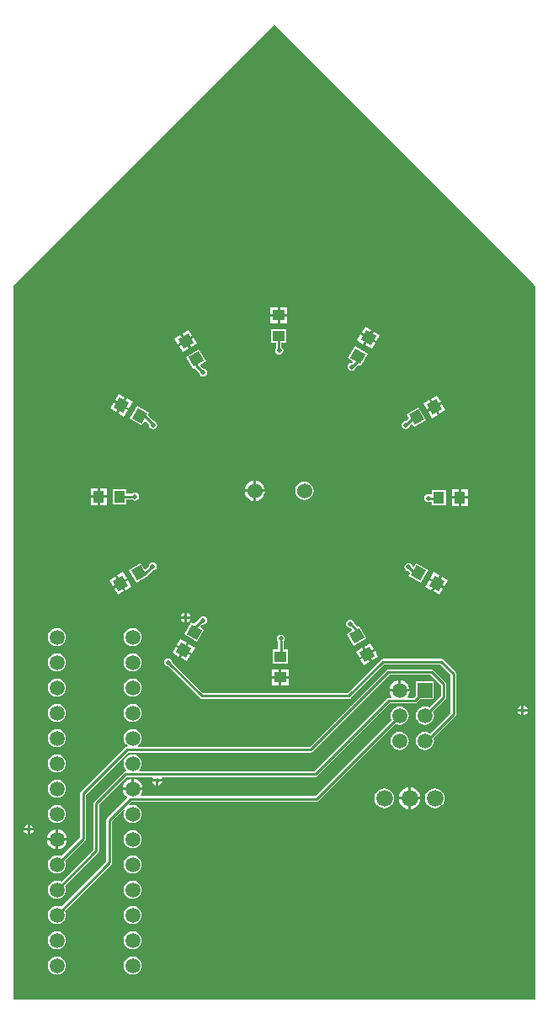
<source format=gtl>
G04*
G04 #@! TF.GenerationSoftware,Altium Limited,Altium Designer,20.1.12 (249)*
G04*
G04 Layer_Physical_Order=1*
G04 Layer_Color=255*
%FSLAX24Y24*%
%MOIN*%
G70*
G04*
G04 #@! TF.SameCoordinates,DAD24410-91DF-4A67-85F9-AF8FF7B2878C*
G04*
G04*
G04 #@! TF.FilePolarity,Positive*
G04*
G01*
G75*
%ADD10C,0.0100*%
G04:AMPARAMS|DCode=14|XSize=47.2mil|YSize=43.3mil|CornerRadius=0mil|HoleSize=0mil|Usage=FLASHONLY|Rotation=150.000|XOffset=0mil|YOffset=0mil|HoleType=Round|Shape=Rectangle|*
%AMROTATEDRECTD14*
4,1,4,0.0313,0.0069,0.0096,-0.0306,-0.0313,-0.0069,-0.0096,0.0306,0.0313,0.0069,0.0*
%
%ADD14ROTATEDRECTD14*%

G04:AMPARAMS|DCode=15|XSize=47.2mil|YSize=43.3mil|CornerRadius=0mil|HoleSize=0mil|Usage=FLASHONLY|Rotation=120.000|XOffset=0mil|YOffset=0mil|HoleType=Round|Shape=Rectangle|*
%AMROTATEDRECTD15*
4,1,4,0.0306,-0.0096,-0.0069,-0.0313,-0.0306,0.0096,0.0069,0.0313,0.0306,-0.0096,0.0*
%
%ADD15ROTATEDRECTD15*%

%ADD16R,0.0433X0.0472*%
G04:AMPARAMS|DCode=17|XSize=47.2mil|YSize=43.3mil|CornerRadius=0mil|HoleSize=0mil|Usage=FLASHONLY|Rotation=60.000|XOffset=0mil|YOffset=0mil|HoleType=Round|Shape=Rectangle|*
%AMROTATEDRECTD17*
4,1,4,0.0069,-0.0313,-0.0306,-0.0096,-0.0069,0.0313,0.0306,0.0096,0.0069,-0.0313,0.0*
%
%ADD17ROTATEDRECTD17*%

G04:AMPARAMS|DCode=18|XSize=47.2mil|YSize=43.3mil|CornerRadius=0mil|HoleSize=0mil|Usage=FLASHONLY|Rotation=30.000|XOffset=0mil|YOffset=0mil|HoleType=Round|Shape=Rectangle|*
%AMROTATEDRECTD18*
4,1,4,-0.0096,-0.0306,-0.0313,0.0069,0.0096,0.0306,0.0313,-0.0069,-0.0096,-0.0306,0.0*
%
%ADD18ROTATEDRECTD18*%

%ADD19R,0.0472X0.0433*%
%ADD30C,0.0200*%
%ADD31C,0.0591*%
%ADD32C,0.0600*%
%ADD33C,0.0660*%
%ADD34R,0.0591X0.0591*%
%ADD35C,0.0200*%
G36*
X20670Y28250D02*
X20670Y0D01*
X-10D01*
Y28260D01*
X10325Y38595D01*
X20670Y28250D01*
D02*
G37*
%LPC*%
G36*
X10846Y27410D02*
X10560D01*
Y27143D01*
X10846D01*
Y27410D01*
D02*
G37*
G36*
X10460D02*
X10174D01*
Y27143D01*
X10460D01*
Y27410D01*
D02*
G37*
G36*
X10846Y27043D02*
X10560D01*
Y26777D01*
X10846D01*
Y27043D01*
D02*
G37*
G36*
X10460D02*
X10174D01*
Y26777D01*
X10460D01*
Y27043D01*
D02*
G37*
G36*
X13924Y26640D02*
X13791Y26409D01*
X14038Y26266D01*
X14172Y26497D01*
X13924Y26640D01*
D02*
G37*
G36*
X6956Y26510D02*
X6708Y26367D01*
X6842Y26136D01*
X7089Y26279D01*
X6956Y26510D01*
D02*
G37*
G36*
X14258Y26447D02*
X14125Y26216D01*
X14373Y26073D01*
X14506Y26304D01*
X14258Y26447D01*
D02*
G37*
G36*
X13741Y26323D02*
X13607Y26092D01*
X13855Y25949D01*
X13988Y26180D01*
X13741Y26323D01*
D02*
G37*
G36*
X6622Y26317D02*
X6374Y26174D01*
X6507Y25943D01*
X6755Y26086D01*
X6622Y26317D01*
D02*
G37*
G36*
X7139Y26193D02*
X6892Y26050D01*
X7025Y25819D01*
X7273Y25962D01*
X7139Y26193D01*
D02*
G37*
G36*
X14075Y26130D02*
X13942Y25899D01*
X14190Y25756D01*
X14323Y25987D01*
X14075Y26130D01*
D02*
G37*
G36*
X6805Y26000D02*
X6557Y25857D01*
X6690Y25626D01*
X6938Y25769D01*
X6805Y26000D01*
D02*
G37*
G36*
X10806Y26543D02*
X10214D01*
Y25990D01*
X10398D01*
Y25792D01*
X10379Y25764D01*
X10367Y25701D01*
X10379Y25639D01*
X10415Y25586D01*
X10468Y25551D01*
X10530Y25538D01*
X10592Y25551D01*
X10645Y25586D01*
X10681Y25639D01*
X10693Y25701D01*
X10681Y25764D01*
X10645Y25817D01*
X10622Y25832D01*
Y25990D01*
X10806D01*
Y26543D01*
D02*
G37*
G36*
X13525Y25870D02*
X13249Y25391D01*
X13419Y25292D01*
X13426Y25237D01*
X13401Y25213D01*
X13400Y25213D01*
X13338Y25201D01*
X13285Y25165D01*
X13249Y25112D01*
X13237Y25050D01*
X13249Y24988D01*
X13285Y24935D01*
X13338Y24899D01*
X13400Y24887D01*
X13462Y24899D01*
X13515Y24935D01*
X13551Y24988D01*
X13559Y25031D01*
X13674Y25145D01*
X13762Y25094D01*
X14038Y25573D01*
X13525Y25870D01*
D02*
G37*
G36*
X7355Y25740D02*
X6842Y25443D01*
X7118Y24964D01*
X7181Y25000D01*
X7349Y24832D01*
X7347Y24820D01*
X7359Y24758D01*
X7395Y24705D01*
X7448Y24669D01*
X7510Y24657D01*
X7572Y24669D01*
X7625Y24705D01*
X7661Y24758D01*
X7673Y24820D01*
X7661Y24882D01*
X7625Y24935D01*
X7572Y24971D01*
X7517Y24982D01*
X7411Y25088D01*
X7418Y25137D01*
X7631Y25261D01*
X7355Y25740D01*
D02*
G37*
G36*
X4176Y23976D02*
X4033Y23728D01*
X4264Y23595D01*
X4407Y23843D01*
X4176Y23976D01*
D02*
G37*
G36*
X16784Y23916D02*
X16553Y23783D01*
X16696Y23535D01*
X16927Y23668D01*
X16784Y23916D01*
D02*
G37*
G36*
X4493Y23793D02*
X4350Y23545D01*
X4581Y23412D01*
X4724Y23660D01*
X4493Y23793D01*
D02*
G37*
G36*
X16467Y23733D02*
X16236Y23600D01*
X16379Y23352D01*
X16610Y23485D01*
X16467Y23733D01*
D02*
G37*
G36*
X3983Y23642D02*
X3840Y23394D01*
X4071Y23261D01*
X4214Y23508D01*
X3983Y23642D01*
D02*
G37*
G36*
X16977Y23582D02*
X16746Y23448D01*
X16889Y23201D01*
X17120Y23334D01*
X16977Y23582D01*
D02*
G37*
G36*
X4300Y23458D02*
X4157Y23211D01*
X4388Y23077D01*
X4531Y23325D01*
X4300Y23458D01*
D02*
G37*
G36*
X16660Y23398D02*
X16429Y23265D01*
X16572Y23017D01*
X16803Y23151D01*
X16660Y23398D01*
D02*
G37*
G36*
X16053Y23448D02*
X15574Y23172D01*
X15665Y23014D01*
X15552Y22901D01*
X15540Y22903D01*
X15478Y22891D01*
X15425Y22855D01*
X15389Y22802D01*
X15377Y22740D01*
X15389Y22678D01*
X15425Y22625D01*
X15478Y22589D01*
X15540Y22577D01*
X15602Y22589D01*
X15655Y22625D01*
X15691Y22678D01*
X15702Y22733D01*
X15752Y22784D01*
X15802Y22777D01*
X15871Y22659D01*
X16350Y22935D01*
X16053Y23448D01*
D02*
G37*
G36*
X4907Y23508D02*
X4610Y22995D01*
X5089Y22719D01*
X5195Y22901D01*
X5244Y22907D01*
X5379Y22772D01*
X5373Y22740D01*
X5385Y22678D01*
X5420Y22625D01*
X5473Y22589D01*
X5536Y22577D01*
X5598Y22589D01*
X5651Y22625D01*
X5686Y22678D01*
X5699Y22740D01*
X5686Y22802D01*
X5651Y22855D01*
X5598Y22891D01*
X5573Y22896D01*
X5331Y23137D01*
X5386Y23232D01*
X4907Y23508D01*
D02*
G37*
G36*
X9610Y20537D02*
Y20190D01*
X9957D01*
X9950Y20244D01*
X9909Y20342D01*
X9845Y20425D01*
X9762Y20489D01*
X9664Y20530D01*
X9610Y20537D01*
D02*
G37*
G36*
X9510D02*
X9456Y20530D01*
X9358Y20489D01*
X9275Y20425D01*
X9211Y20342D01*
X9170Y20244D01*
X9163Y20190D01*
X9510D01*
Y20537D01*
D02*
G37*
G36*
X17123Y20166D02*
X16570D01*
Y20011D01*
X16520Y19984D01*
X16495Y20001D01*
X16433Y20013D01*
X16370Y20001D01*
X16317Y19965D01*
X16282Y19912D01*
X16270Y19850D01*
X16282Y19788D01*
X16317Y19735D01*
X16370Y19699D01*
X16433Y19687D01*
X16495Y19699D01*
X16508Y19708D01*
X16570D01*
Y19574D01*
X17123D01*
Y20166D01*
D02*
G37*
G36*
X3693Y20246D02*
X3427D01*
Y19960D01*
X3693D01*
Y20246D01*
D02*
G37*
G36*
X3327D02*
X3060D01*
Y19960D01*
X3327D01*
Y20246D01*
D02*
G37*
G36*
X17990Y20206D02*
X17723D01*
Y19920D01*
X17990D01*
Y20206D01*
D02*
G37*
G36*
X17623D02*
X17357D01*
Y19920D01*
X17623D01*
Y20206D01*
D02*
G37*
G36*
X11529Y20503D02*
X11435Y20491D01*
X11347Y20454D01*
X11272Y20397D01*
X11214Y20322D01*
X11178Y20234D01*
X11165Y20140D01*
X11178Y20046D01*
X11214Y19958D01*
X11272Y19883D01*
X11347Y19826D01*
X11435Y19789D01*
X11529Y19777D01*
X11622Y19789D01*
X11710Y19826D01*
X11785Y19883D01*
X11843Y19958D01*
X11879Y20046D01*
X11892Y20140D01*
X11879Y20234D01*
X11843Y20322D01*
X11785Y20397D01*
X11710Y20454D01*
X11622Y20491D01*
X11529Y20503D01*
D02*
G37*
G36*
X4480Y20206D02*
X3927D01*
Y19614D01*
X4480D01*
Y19798D01*
X4703D01*
X4705Y19795D01*
X4758Y19759D01*
X4820Y19747D01*
X4882Y19759D01*
X4935Y19795D01*
X4971Y19848D01*
X4983Y19910D01*
X4971Y19972D01*
X4935Y20025D01*
X4882Y20061D01*
X4820Y20073D01*
X4758Y20061D01*
X4705Y20025D01*
X4703Y20022D01*
X4480D01*
Y20206D01*
D02*
G37*
G36*
X9957Y20090D02*
X9610D01*
Y19743D01*
X9664Y19750D01*
X9762Y19791D01*
X9845Y19855D01*
X9909Y19938D01*
X9950Y20036D01*
X9957Y20090D01*
D02*
G37*
G36*
X9510D02*
X9163D01*
X9170Y20036D01*
X9211Y19938D01*
X9275Y19855D01*
X9358Y19791D01*
X9456Y19750D01*
X9510Y19743D01*
Y20090D01*
D02*
G37*
G36*
X3693Y19860D02*
X3427D01*
Y19574D01*
X3693D01*
Y19860D01*
D02*
G37*
G36*
X3327D02*
X3060D01*
Y19574D01*
X3327D01*
Y19860D01*
D02*
G37*
G36*
X17990Y19820D02*
X17723D01*
Y19534D01*
X17990D01*
Y19820D01*
D02*
G37*
G36*
X17623D02*
X17357D01*
Y19534D01*
X17623D01*
Y19820D01*
D02*
G37*
G36*
X5517Y17302D02*
X5454Y17290D01*
X5401Y17254D01*
X5366Y17202D01*
X5357Y17155D01*
X5237Y17036D01*
X5188Y17042D01*
X5049Y17281D01*
X4570Y17005D01*
X4867Y16492D01*
X5346Y16768D01*
X5324Y16806D01*
X5326Y16807D01*
X5498Y16980D01*
X5517Y16976D01*
X5579Y16988D01*
X5632Y17024D01*
X5667Y17077D01*
X5680Y17139D01*
X5667Y17202D01*
X5632Y17254D01*
X5579Y17290D01*
X5517Y17302D01*
D02*
G37*
G36*
X4348Y16923D02*
X4117Y16789D01*
X4260Y16542D01*
X4491Y16675D01*
X4348Y16923D01*
D02*
G37*
G36*
X16652D02*
X16509Y16675D01*
X16740Y16542D01*
X16883Y16789D01*
X16652Y16923D01*
D02*
G37*
G36*
X15650Y17283D02*
X15588Y17271D01*
X15535Y17235D01*
X15499Y17182D01*
X15487Y17120D01*
X15499Y17058D01*
X15535Y17005D01*
X15588Y16969D01*
X15643Y16958D01*
X15711Y16890D01*
X15710Y16887D01*
X15713Y16871D01*
X15654Y16768D01*
X16133Y16492D01*
X16430Y17005D01*
X15951Y17281D01*
X15862Y17128D01*
X15810Y17137D01*
X15801Y17182D01*
X15765Y17235D01*
X15712Y17271D01*
X15650Y17283D01*
D02*
G37*
G36*
X4031Y16739D02*
X3800Y16606D01*
X3943Y16358D01*
X4174Y16492D01*
X4031Y16739D01*
D02*
G37*
G36*
X16969D02*
X16826Y16492D01*
X17057Y16358D01*
X17200Y16606D01*
X16969Y16739D01*
D02*
G37*
G36*
X4541Y16588D02*
X4310Y16455D01*
X4453Y16207D01*
X4684Y16340D01*
X4541Y16588D01*
D02*
G37*
G36*
X16459D02*
X16316Y16340D01*
X16547Y16207D01*
X16690Y16455D01*
X16459Y16588D01*
D02*
G37*
G36*
X16776Y16405D02*
X16633Y16157D01*
X16864Y16024D01*
X17007Y16272D01*
X16776Y16405D01*
D02*
G37*
G36*
X4224Y16405D02*
X3993Y16272D01*
X4136Y16024D01*
X4367Y16157D01*
X4224Y16405D01*
D02*
G37*
G36*
X6868Y15314D02*
Y15170D01*
X7012D01*
X7006Y15198D01*
X6962Y15264D01*
X6896Y15308D01*
X6868Y15314D01*
D02*
G37*
G36*
X6768D02*
X6740Y15308D01*
X6674Y15264D01*
X6630Y15198D01*
X6624Y15170D01*
X6768D01*
Y15314D01*
D02*
G37*
G36*
X7012Y15070D02*
X6868D01*
Y14926D01*
X6896Y14932D01*
X6962Y14976D01*
X7006Y15042D01*
X7012Y15070D01*
D02*
G37*
G36*
X6768D02*
X6624D01*
X6630Y15042D01*
X6674Y14976D01*
X6740Y14932D01*
X6768Y14926D01*
Y15070D01*
D02*
G37*
G36*
X7510Y15173D02*
X7448Y15161D01*
X7395Y15125D01*
X7359Y15072D01*
X7356Y15054D01*
X7164Y14863D01*
X7038Y14936D01*
X6762Y14457D01*
X7275Y14160D01*
X7551Y14639D01*
X7401Y14726D01*
X7394Y14776D01*
X7473Y14854D01*
X7510Y14847D01*
X7572Y14859D01*
X7625Y14895D01*
X7661Y14948D01*
X7673Y15010D01*
X7661Y15072D01*
X7625Y15125D01*
X7572Y15161D01*
X7510Y15173D01*
D02*
G37*
G36*
X13340Y15043D02*
X13278Y15031D01*
X13225Y14995D01*
X13189Y14942D01*
X13177Y14880D01*
X13189Y14818D01*
X13225Y14765D01*
X13278Y14729D01*
X13340Y14717D01*
X13352Y14719D01*
X13419Y14652D01*
X13412Y14603D01*
X13199Y14479D01*
X13475Y14000D01*
X13988Y14297D01*
X13712Y14776D01*
X13649Y14740D01*
X13502Y14887D01*
X13491Y14942D01*
X13455Y14995D01*
X13402Y15031D01*
X13340Y15043D01*
D02*
G37*
G36*
X4730Y14708D02*
X4637Y14696D01*
X4551Y14660D01*
X4477Y14603D01*
X4420Y14529D01*
X4384Y14443D01*
X4372Y14350D01*
X4384Y14257D01*
X4420Y14171D01*
X4477Y14097D01*
X4551Y14040D01*
X4637Y14004D01*
X4730Y13992D01*
X4823Y14004D01*
X4909Y14040D01*
X4983Y14097D01*
X5040Y14171D01*
X5076Y14257D01*
X5088Y14350D01*
X5076Y14443D01*
X5040Y14529D01*
X4983Y14603D01*
X4909Y14660D01*
X4823Y14696D01*
X4730Y14708D01*
D02*
G37*
G36*
X1730D02*
X1637Y14696D01*
X1551Y14660D01*
X1477Y14603D01*
X1420Y14529D01*
X1384Y14443D01*
X1372Y14350D01*
X1384Y14257D01*
X1420Y14171D01*
X1477Y14097D01*
X1551Y14040D01*
X1637Y14004D01*
X1730Y13992D01*
X1823Y14004D01*
X1909Y14040D01*
X1983Y14097D01*
X2040Y14171D01*
X2076Y14257D01*
X2088Y14350D01*
X2076Y14443D01*
X2040Y14529D01*
X1983Y14603D01*
X1909Y14660D01*
X1823Y14696D01*
X1730Y14708D01*
D02*
G37*
G36*
X6610Y14274D02*
X6477Y14043D01*
X6725Y13900D01*
X6858Y14131D01*
X6610Y14274D01*
D02*
G37*
G36*
X14140Y14114D02*
X13892Y13971D01*
X14025Y13740D01*
X14273Y13883D01*
X14140Y14114D01*
D02*
G37*
G36*
X6945Y14081D02*
X6812Y13850D01*
X7059Y13707D01*
X7193Y13938D01*
X6945Y14081D01*
D02*
G37*
G36*
X6427Y13957D02*
X6294Y13726D01*
X6542Y13583D01*
X6675Y13814D01*
X6427Y13957D01*
D02*
G37*
G36*
X13805Y13921D02*
X13557Y13778D01*
X13691Y13547D01*
X13938Y13690D01*
X13805Y13921D01*
D02*
G37*
G36*
X14323Y13797D02*
X14075Y13654D01*
X14208Y13423D01*
X14456Y13566D01*
X14323Y13797D01*
D02*
G37*
G36*
X6762Y13764D02*
X6628Y13533D01*
X6876Y13390D01*
X7009Y13621D01*
X6762Y13764D01*
D02*
G37*
G36*
X10590Y14448D02*
X10528Y14436D01*
X10475Y14400D01*
X10439Y14347D01*
X10427Y14285D01*
X10439Y14222D01*
X10475Y14169D01*
X10478Y14167D01*
Y13860D01*
X10274D01*
Y13307D01*
X10866D01*
Y13860D01*
X10702D01*
Y14167D01*
X10705Y14169D01*
X10741Y14222D01*
X10753Y14285D01*
X10741Y14347D01*
X10705Y14400D01*
X10652Y14436D01*
X10590Y14448D01*
D02*
G37*
G36*
X13988Y13604D02*
X13741Y13461D01*
X13874Y13230D01*
X14122Y13373D01*
X13988Y13604D01*
D02*
G37*
G36*
X16560Y13082D02*
X16560Y13082D01*
X14850D01*
X14850Y13082D01*
X14807Y13074D01*
X14771Y13049D01*
X14771Y13049D01*
X11724Y10002D01*
X4942D01*
X4925Y10052D01*
X4983Y10097D01*
X5040Y10171D01*
X5076Y10257D01*
X5088Y10350D01*
X5076Y10443D01*
X5040Y10529D01*
X4983Y10603D01*
X4909Y10660D01*
X4823Y10696D01*
X4730Y10708D01*
X4637Y10696D01*
X4551Y10660D01*
X4477Y10603D01*
X4420Y10529D01*
X4384Y10443D01*
X4372Y10350D01*
X4384Y10257D01*
X4420Y10171D01*
X4477Y10097D01*
X4535Y10052D01*
X4518Y10002D01*
X4490D01*
X4447Y9994D01*
X4411Y9969D01*
X4411Y9969D01*
X2681Y8239D01*
X2656Y8203D01*
X2648Y8160D01*
X2648Y8160D01*
Y6426D01*
X1890Y5668D01*
X1823Y5696D01*
X1730Y5708D01*
X1637Y5696D01*
X1551Y5660D01*
X1477Y5603D01*
X1420Y5529D01*
X1384Y5443D01*
X1372Y5350D01*
X1384Y5257D01*
X1420Y5171D01*
X1477Y5097D01*
X1551Y5040D01*
X1637Y5004D01*
X1730Y4992D01*
X1823Y5004D01*
X1909Y5040D01*
X1983Y5097D01*
X2040Y5171D01*
X2076Y5257D01*
X2088Y5350D01*
X2076Y5443D01*
X2048Y5510D01*
X2839Y6301D01*
X2864Y6337D01*
X2872Y6380D01*
X2872Y6380D01*
Y8114D01*
X4536Y9778D01*
X11770D01*
X11770Y9778D01*
X11813Y9786D01*
X11849Y9811D01*
X14896Y12858D01*
X16514D01*
X16926Y12445D01*
Y12025D01*
X16460Y11558D01*
X16393Y11586D01*
X16300Y11598D01*
X16207Y11586D01*
X16121Y11550D01*
X16047Y11493D01*
X15990Y11419D01*
X15954Y11333D01*
X15942Y11240D01*
X15954Y11147D01*
X15990Y11061D01*
X16047Y10987D01*
X16121Y10930D01*
X16207Y10894D01*
X16300Y10882D01*
X16393Y10894D01*
X16479Y10930D01*
X16553Y10987D01*
X16610Y11061D01*
X16646Y11147D01*
X16658Y11240D01*
X16646Y11333D01*
X16618Y11400D01*
X17118Y11899D01*
X17118Y11899D01*
X17142Y11936D01*
X17151Y11979D01*
Y12491D01*
X17151Y12491D01*
X17142Y12534D01*
X17118Y12571D01*
X17118Y12571D01*
X16639Y13049D01*
X16603Y13074D01*
X16560Y13082D01*
D02*
G37*
G36*
X4730Y13708D02*
X4637Y13696D01*
X4551Y13660D01*
X4477Y13603D01*
X4420Y13529D01*
X4384Y13443D01*
X4372Y13350D01*
X4384Y13257D01*
X4420Y13171D01*
X4477Y13097D01*
X4551Y13040D01*
X4637Y13004D01*
X4730Y12992D01*
X4823Y13004D01*
X4909Y13040D01*
X4983Y13097D01*
X5040Y13171D01*
X5076Y13257D01*
X5088Y13350D01*
X5076Y13443D01*
X5040Y13529D01*
X4983Y13603D01*
X4909Y13660D01*
X4823Y13696D01*
X4730Y13708D01*
D02*
G37*
G36*
X1730D02*
X1637Y13696D01*
X1551Y13660D01*
X1477Y13603D01*
X1420Y13529D01*
X1384Y13443D01*
X1372Y13350D01*
X1384Y13257D01*
X1420Y13171D01*
X1477Y13097D01*
X1551Y13040D01*
X1637Y13004D01*
X1730Y12992D01*
X1823Y13004D01*
X1909Y13040D01*
X1983Y13097D01*
X2040Y13171D01*
X2076Y13257D01*
X2088Y13350D01*
X2076Y13443D01*
X2040Y13529D01*
X1983Y13603D01*
X1909Y13660D01*
X1823Y13696D01*
X1730Y13708D01*
D02*
G37*
G36*
X10906Y13073D02*
X10620D01*
Y12807D01*
X10906D01*
Y13073D01*
D02*
G37*
G36*
X10520D02*
X10234D01*
Y12807D01*
X10520D01*
Y13073D01*
D02*
G37*
G36*
X10906Y12707D02*
X10620D01*
Y12440D01*
X10906D01*
Y12707D01*
D02*
G37*
G36*
X10520D02*
X10234D01*
Y12440D01*
X10520D01*
Y12707D01*
D02*
G37*
G36*
X15350Y12632D02*
Y12290D01*
X15692D01*
X15685Y12343D01*
X15645Y12439D01*
X15582Y12522D01*
X15499Y12585D01*
X15403Y12625D01*
X15350Y12632D01*
D02*
G37*
G36*
X15250D02*
X15197Y12625D01*
X15101Y12585D01*
X15018Y12522D01*
X14955Y12439D01*
X14915Y12343D01*
X14908Y12290D01*
X15250D01*
Y12632D01*
D02*
G37*
G36*
X4730Y12708D02*
X4637Y12696D01*
X4551Y12660D01*
X4477Y12603D01*
X4420Y12529D01*
X4384Y12443D01*
X4372Y12350D01*
X4384Y12257D01*
X4420Y12171D01*
X4477Y12097D01*
X4551Y12040D01*
X4637Y12004D01*
X4730Y11992D01*
X4823Y12004D01*
X4909Y12040D01*
X4983Y12097D01*
X5040Y12171D01*
X5076Y12257D01*
X5088Y12350D01*
X5076Y12443D01*
X5040Y12529D01*
X4983Y12603D01*
X4909Y12660D01*
X4823Y12696D01*
X4730Y12708D01*
D02*
G37*
G36*
X1730D02*
X1637Y12696D01*
X1551Y12660D01*
X1477Y12603D01*
X1420Y12529D01*
X1384Y12443D01*
X1372Y12350D01*
X1384Y12257D01*
X1420Y12171D01*
X1477Y12097D01*
X1551Y12040D01*
X1637Y12004D01*
X1730Y11992D01*
X1823Y12004D01*
X1909Y12040D01*
X1983Y12097D01*
X2040Y12171D01*
X2076Y12257D01*
X2088Y12350D01*
X2076Y12443D01*
X2040Y12529D01*
X1983Y12603D01*
X1909Y12660D01*
X1823Y12696D01*
X1730Y12708D01*
D02*
G37*
G36*
X16655Y12595D02*
X15945D01*
Y12043D01*
X15848Y11947D01*
X15636D01*
X15612Y11997D01*
X15645Y12041D01*
X15685Y12137D01*
X15692Y12190D01*
X15300D01*
X14908D01*
X14915Y12137D01*
X14955Y12041D01*
X14988Y11997D01*
X14964Y11947D01*
X14865D01*
X14865Y11947D01*
X14822Y11938D01*
X14785Y11914D01*
X11914Y9042D01*
X4990D01*
X4974Y9089D01*
X4983Y9097D01*
X5040Y9171D01*
X5076Y9257D01*
X5088Y9350D01*
X5076Y9443D01*
X5040Y9529D01*
X4983Y9603D01*
X4909Y9660D01*
X4823Y9696D01*
X4730Y9708D01*
X4637Y9696D01*
X4551Y9660D01*
X4477Y9603D01*
X4420Y9529D01*
X4384Y9443D01*
X4372Y9350D01*
X4384Y9257D01*
X4420Y9171D01*
X4477Y9097D01*
X4486Y9089D01*
X4470Y9042D01*
X4440D01*
X4397Y9034D01*
X4361Y9009D01*
X4361Y9009D01*
X3203Y7851D01*
X3178Y7815D01*
X3170Y7772D01*
X3170Y7772D01*
Y5948D01*
X1890Y4668D01*
X1823Y4696D01*
X1730Y4708D01*
X1637Y4696D01*
X1551Y4660D01*
X1477Y4603D01*
X1420Y4529D01*
X1384Y4443D01*
X1372Y4350D01*
X1384Y4257D01*
X1420Y4171D01*
X1477Y4097D01*
X1551Y4040D01*
X1637Y4004D01*
X1730Y3992D01*
X1823Y4004D01*
X1909Y4040D01*
X1983Y4097D01*
X2040Y4171D01*
X2076Y4257D01*
X2088Y4350D01*
X2076Y4443D01*
X2048Y4510D01*
X3361Y5823D01*
X3361Y5823D01*
X3386Y5859D01*
X3394Y5902D01*
Y7725D01*
X4486Y8818D01*
X5496D01*
X5523Y8768D01*
X5512Y8751D01*
X5506Y8723D01*
X5894D01*
X5888Y8751D01*
X5877Y8768D01*
X5904Y8818D01*
X11960D01*
X11960Y8818D01*
X12003Y8826D01*
X12039Y8851D01*
X14911Y11723D01*
X15895D01*
X15895Y11723D01*
X15938Y11731D01*
X15974Y11755D01*
X16103Y11885D01*
X16655D01*
Y12595D01*
D02*
G37*
G36*
X20220Y11644D02*
Y11500D01*
X20364D01*
X20358Y11528D01*
X20314Y11594D01*
X20248Y11638D01*
X20220Y11644D01*
D02*
G37*
G36*
X20120D02*
X20092Y11638D01*
X20026Y11594D01*
X19982Y11528D01*
X19976Y11500D01*
X20120D01*
Y11644D01*
D02*
G37*
G36*
X20364Y11400D02*
X20220D01*
Y11256D01*
X20248Y11262D01*
X20314Y11306D01*
X20358Y11372D01*
X20364Y11400D01*
D02*
G37*
G36*
X20120D02*
X19976D01*
X19982Y11372D01*
X20026Y11306D01*
X20092Y11262D01*
X20120Y11256D01*
Y11400D01*
D02*
G37*
G36*
X4730Y11708D02*
X4637Y11696D01*
X4551Y11660D01*
X4477Y11603D01*
X4420Y11529D01*
X4384Y11443D01*
X4372Y11350D01*
X4384Y11257D01*
X4420Y11171D01*
X4477Y11097D01*
X4551Y11040D01*
X4637Y11004D01*
X4730Y10992D01*
X4823Y11004D01*
X4909Y11040D01*
X4983Y11097D01*
X5040Y11171D01*
X5076Y11257D01*
X5088Y11350D01*
X5076Y11443D01*
X5040Y11529D01*
X4983Y11603D01*
X4909Y11660D01*
X4823Y11696D01*
X4730Y11708D01*
D02*
G37*
G36*
X1730D02*
X1637Y11696D01*
X1551Y11660D01*
X1477Y11603D01*
X1420Y11529D01*
X1384Y11443D01*
X1372Y11350D01*
X1384Y11257D01*
X1420Y11171D01*
X1477Y11097D01*
X1551Y11040D01*
X1637Y11004D01*
X1730Y10992D01*
X1823Y11004D01*
X1909Y11040D01*
X1983Y11097D01*
X2040Y11171D01*
X2076Y11257D01*
X2088Y11350D01*
X2076Y11443D01*
X2040Y11529D01*
X1983Y11603D01*
X1909Y11660D01*
X1823Y11696D01*
X1730Y11708D01*
D02*
G37*
G36*
X15300Y11598D02*
X15207Y11586D01*
X15121Y11550D01*
X15047Y11493D01*
X14990Y11419D01*
X14954Y11333D01*
X14942Y11240D01*
X14954Y11147D01*
X14982Y11080D01*
X11958Y8057D01*
X5066D01*
X5042Y8107D01*
X5075Y8151D01*
X5115Y8247D01*
X5122Y8300D01*
X4730D01*
X4338D01*
X4345Y8247D01*
X4385Y8151D01*
X4448Y8068D01*
X4500Y8029D01*
X4503Y7979D01*
X3721Y7197D01*
X3696Y7160D01*
X3688Y7117D01*
X3688Y7117D01*
Y5466D01*
X1890Y3668D01*
X1823Y3696D01*
X1730Y3708D01*
X1637Y3696D01*
X1551Y3660D01*
X1477Y3603D01*
X1420Y3529D01*
X1384Y3443D01*
X1372Y3350D01*
X1384Y3257D01*
X1420Y3171D01*
X1477Y3097D01*
X1551Y3040D01*
X1637Y3004D01*
X1730Y2992D01*
X1823Y3004D01*
X1909Y3040D01*
X1983Y3097D01*
X2040Y3171D01*
X2076Y3257D01*
X2088Y3350D01*
X2076Y3443D01*
X2048Y3510D01*
X3879Y5341D01*
X3904Y5377D01*
X3912Y5420D01*
X3912Y5420D01*
Y7071D01*
X4362Y7521D01*
X4404Y7492D01*
X4384Y7443D01*
X4372Y7350D01*
X4384Y7257D01*
X4420Y7171D01*
X4477Y7097D01*
X4551Y7040D01*
X4637Y7004D01*
X4730Y6992D01*
X4823Y7004D01*
X4909Y7040D01*
X4983Y7097D01*
X5040Y7171D01*
X5076Y7257D01*
X5088Y7350D01*
X5076Y7443D01*
X5040Y7529D01*
X4983Y7603D01*
X4909Y7660D01*
X4823Y7696D01*
X4730Y7708D01*
X4637Y7696D01*
X4588Y7676D01*
X4559Y7718D01*
X4674Y7833D01*
X12005D01*
X12005Y7833D01*
X12048Y7841D01*
X12084Y7865D01*
X15140Y10922D01*
X15207Y10894D01*
X15300Y10882D01*
X15393Y10894D01*
X15479Y10930D01*
X15553Y10987D01*
X15610Y11061D01*
X15646Y11147D01*
X15658Y11240D01*
X15646Y11333D01*
X15610Y11419D01*
X15553Y11493D01*
X15479Y11550D01*
X15393Y11586D01*
X15300Y11598D01*
D02*
G37*
G36*
X6137Y13513D02*
X6074Y13501D01*
X6021Y13465D01*
X5986Y13412D01*
X5973Y13350D01*
X5986Y13288D01*
X6021Y13235D01*
X6074Y13199D01*
X6137Y13187D01*
X6145Y13189D01*
X7393Y11941D01*
X7429Y11916D01*
X7472Y11908D01*
X7472Y11908D01*
X13280D01*
X13280Y11908D01*
X13323Y11916D01*
X13359Y11941D01*
X14686Y13268D01*
X16904D01*
X17318Y12854D01*
Y11346D01*
X16503Y10532D01*
X16479Y10550D01*
X16393Y10586D01*
X16300Y10598D01*
X16207Y10586D01*
X16121Y10550D01*
X16047Y10493D01*
X15990Y10419D01*
X15954Y10333D01*
X15942Y10240D01*
X15954Y10147D01*
X15990Y10061D01*
X16047Y9987D01*
X16121Y9930D01*
X16207Y9894D01*
X16300Y9882D01*
X16393Y9894D01*
X16479Y9930D01*
X16553Y9987D01*
X16610Y10061D01*
X16646Y10147D01*
X16658Y10240D01*
X16646Y10333D01*
X16639Y10350D01*
X17509Y11221D01*
X17509Y11221D01*
X17534Y11257D01*
X17542Y11300D01*
Y12900D01*
X17542Y12900D01*
X17534Y12943D01*
X17509Y12979D01*
X17509Y12979D01*
X17029Y13459D01*
X16993Y13484D01*
X16950Y13492D01*
X16950Y13492D01*
X14640D01*
X14597Y13484D01*
X14561Y13459D01*
X14561Y13459D01*
X13234Y12132D01*
X7518D01*
X6300Y13351D01*
X6287Y13412D01*
X6252Y13465D01*
X6199Y13501D01*
X6137Y13513D01*
D02*
G37*
G36*
X1730Y10708D02*
X1637Y10696D01*
X1551Y10660D01*
X1477Y10603D01*
X1420Y10529D01*
X1384Y10443D01*
X1372Y10350D01*
X1384Y10257D01*
X1420Y10171D01*
X1477Y10097D01*
X1551Y10040D01*
X1637Y10004D01*
X1730Y9992D01*
X1823Y10004D01*
X1909Y10040D01*
X1983Y10097D01*
X2040Y10171D01*
X2076Y10257D01*
X2088Y10350D01*
X2076Y10443D01*
X2040Y10529D01*
X1983Y10603D01*
X1909Y10660D01*
X1823Y10696D01*
X1730Y10708D01*
D02*
G37*
G36*
X15300Y10598D02*
X15207Y10586D01*
X15121Y10550D01*
X15047Y10493D01*
X14990Y10419D01*
X14954Y10333D01*
X14942Y10240D01*
X14954Y10147D01*
X14990Y10061D01*
X15047Y9987D01*
X15121Y9930D01*
X15207Y9894D01*
X15300Y9882D01*
X15393Y9894D01*
X15479Y9930D01*
X15553Y9987D01*
X15610Y10061D01*
X15646Y10147D01*
X15658Y10240D01*
X15646Y10333D01*
X15610Y10419D01*
X15553Y10493D01*
X15479Y10550D01*
X15393Y10586D01*
X15300Y10598D01*
D02*
G37*
G36*
X1730Y9708D02*
X1637Y9696D01*
X1551Y9660D01*
X1477Y9603D01*
X1420Y9529D01*
X1384Y9443D01*
X1372Y9350D01*
X1384Y9257D01*
X1420Y9171D01*
X1477Y9097D01*
X1551Y9040D01*
X1637Y9004D01*
X1730Y8992D01*
X1823Y9004D01*
X1909Y9040D01*
X1983Y9097D01*
X2040Y9171D01*
X2076Y9257D01*
X2088Y9350D01*
X2076Y9443D01*
X2040Y9529D01*
X1983Y9603D01*
X1909Y9660D01*
X1823Y9696D01*
X1730Y9708D01*
D02*
G37*
G36*
X5894Y8623D02*
X5750D01*
Y8479D01*
X5778Y8485D01*
X5844Y8529D01*
X5888Y8595D01*
X5894Y8623D01*
D02*
G37*
G36*
X5650D02*
X5506D01*
X5512Y8595D01*
X5556Y8529D01*
X5622Y8485D01*
X5650Y8479D01*
Y8623D01*
D02*
G37*
G36*
X4780Y8742D02*
Y8400D01*
X5122D01*
X5115Y8453D01*
X5075Y8549D01*
X5012Y8632D01*
X4929Y8695D01*
X4833Y8735D01*
X4780Y8742D01*
D02*
G37*
G36*
X4680D02*
X4627Y8735D01*
X4531Y8695D01*
X4448Y8632D01*
X4385Y8549D01*
X4345Y8453D01*
X4338Y8400D01*
X4680D01*
Y8742D01*
D02*
G37*
G36*
X15740Y8397D02*
Y8020D01*
X16117D01*
X16109Y8082D01*
X16066Y8187D01*
X15997Y8277D01*
X15907Y8346D01*
X15802Y8389D01*
X15740Y8397D01*
D02*
G37*
G36*
X15640D02*
X15578Y8389D01*
X15473Y8346D01*
X15383Y8277D01*
X15314Y8187D01*
X15271Y8082D01*
X15263Y8020D01*
X15640D01*
Y8397D01*
D02*
G37*
G36*
X1730Y8708D02*
X1637Y8696D01*
X1551Y8660D01*
X1477Y8603D01*
X1420Y8529D01*
X1384Y8443D01*
X1372Y8350D01*
X1384Y8257D01*
X1420Y8171D01*
X1477Y8097D01*
X1551Y8040D01*
X1637Y8004D01*
X1730Y7992D01*
X1823Y8004D01*
X1909Y8040D01*
X1983Y8097D01*
X2040Y8171D01*
X2076Y8257D01*
X2088Y8350D01*
X2076Y8443D01*
X2040Y8529D01*
X1983Y8603D01*
X1909Y8660D01*
X1823Y8696D01*
X1730Y8708D01*
D02*
G37*
G36*
X16690Y8363D02*
X16588Y8350D01*
X16493Y8311D01*
X16412Y8248D01*
X16349Y8167D01*
X16310Y8072D01*
X16297Y7970D01*
X16310Y7868D01*
X16349Y7773D01*
X16412Y7692D01*
X16493Y7629D01*
X16588Y7590D01*
X16690Y7577D01*
X16792Y7590D01*
X16887Y7629D01*
X16968Y7692D01*
X17031Y7773D01*
X17070Y7868D01*
X17083Y7970D01*
X17070Y8072D01*
X17031Y8167D01*
X16968Y8248D01*
X16887Y8311D01*
X16792Y8350D01*
X16690Y8363D01*
D02*
G37*
G36*
X14690D02*
X14588Y8350D01*
X14493Y8311D01*
X14412Y8248D01*
X14349Y8167D01*
X14310Y8072D01*
X14297Y7970D01*
X14310Y7868D01*
X14349Y7773D01*
X14412Y7692D01*
X14493Y7629D01*
X14588Y7590D01*
X14690Y7577D01*
X14792Y7590D01*
X14887Y7629D01*
X14968Y7692D01*
X15031Y7773D01*
X15070Y7868D01*
X15083Y7970D01*
X15070Y8072D01*
X15031Y8167D01*
X14968Y8248D01*
X14887Y8311D01*
X14792Y8350D01*
X14690Y8363D01*
D02*
G37*
G36*
X16117Y7920D02*
X15740D01*
Y7543D01*
X15802Y7551D01*
X15907Y7594D01*
X15997Y7663D01*
X16066Y7753D01*
X16109Y7858D01*
X16117Y7920D01*
D02*
G37*
G36*
X15640D02*
X15263D01*
X15271Y7858D01*
X15314Y7753D01*
X15383Y7663D01*
X15473Y7594D01*
X15578Y7551D01*
X15640Y7543D01*
Y7920D01*
D02*
G37*
G36*
X1730Y7708D02*
X1637Y7696D01*
X1551Y7660D01*
X1477Y7603D01*
X1420Y7529D01*
X1384Y7443D01*
X1372Y7350D01*
X1384Y7257D01*
X1420Y7171D01*
X1477Y7097D01*
X1551Y7040D01*
X1637Y7004D01*
X1730Y6992D01*
X1823Y7004D01*
X1909Y7040D01*
X1983Y7097D01*
X2040Y7171D01*
X2076Y7257D01*
X2088Y7350D01*
X2076Y7443D01*
X2040Y7529D01*
X1983Y7603D01*
X1909Y7660D01*
X1823Y7696D01*
X1730Y7708D01*
D02*
G37*
G36*
X660Y6934D02*
Y6790D01*
X804D01*
X798Y6818D01*
X754Y6884D01*
X688Y6928D01*
X660Y6934D01*
D02*
G37*
G36*
X560D02*
X532Y6928D01*
X466Y6884D01*
X422Y6818D01*
X416Y6790D01*
X560D01*
Y6934D01*
D02*
G37*
G36*
X804Y6690D02*
X660D01*
Y6546D01*
X688Y6552D01*
X754Y6596D01*
X798Y6662D01*
X804Y6690D01*
D02*
G37*
G36*
X560D02*
X416D01*
X422Y6662D01*
X466Y6596D01*
X532Y6552D01*
X560Y6546D01*
Y6690D01*
D02*
G37*
G36*
X1780Y6742D02*
Y6400D01*
X2122D01*
X2115Y6453D01*
X2075Y6549D01*
X2012Y6632D01*
X1929Y6695D01*
X1833Y6735D01*
X1780Y6742D01*
D02*
G37*
G36*
X1680D02*
X1627Y6735D01*
X1531Y6695D01*
X1448Y6632D01*
X1385Y6549D01*
X1345Y6453D01*
X1338Y6400D01*
X1680D01*
Y6742D01*
D02*
G37*
G36*
X4730Y6708D02*
X4637Y6696D01*
X4551Y6660D01*
X4477Y6603D01*
X4420Y6529D01*
X4384Y6443D01*
X4372Y6350D01*
X4384Y6257D01*
X4420Y6171D01*
X4477Y6097D01*
X4551Y6040D01*
X4637Y6004D01*
X4730Y5992D01*
X4823Y6004D01*
X4909Y6040D01*
X4983Y6097D01*
X5040Y6171D01*
X5076Y6257D01*
X5088Y6350D01*
X5076Y6443D01*
X5040Y6529D01*
X4983Y6603D01*
X4909Y6660D01*
X4823Y6696D01*
X4730Y6708D01*
D02*
G37*
G36*
X2122Y6300D02*
X1780D01*
Y5958D01*
X1833Y5965D01*
X1929Y6005D01*
X2012Y6068D01*
X2075Y6151D01*
X2115Y6247D01*
X2122Y6300D01*
D02*
G37*
G36*
X1680D02*
X1338D01*
X1345Y6247D01*
X1385Y6151D01*
X1448Y6068D01*
X1531Y6005D01*
X1627Y5965D01*
X1680Y5958D01*
Y6300D01*
D02*
G37*
G36*
X4730Y5708D02*
X4637Y5696D01*
X4551Y5660D01*
X4477Y5603D01*
X4420Y5529D01*
X4384Y5443D01*
X4372Y5350D01*
X4384Y5257D01*
X4420Y5171D01*
X4477Y5097D01*
X4551Y5040D01*
X4637Y5004D01*
X4730Y4992D01*
X4823Y5004D01*
X4909Y5040D01*
X4983Y5097D01*
X5040Y5171D01*
X5076Y5257D01*
X5088Y5350D01*
X5076Y5443D01*
X5040Y5529D01*
X4983Y5603D01*
X4909Y5660D01*
X4823Y5696D01*
X4730Y5708D01*
D02*
G37*
G36*
Y4708D02*
X4637Y4696D01*
X4551Y4660D01*
X4477Y4603D01*
X4420Y4529D01*
X4384Y4443D01*
X4372Y4350D01*
X4384Y4257D01*
X4420Y4171D01*
X4477Y4097D01*
X4551Y4040D01*
X4637Y4004D01*
X4730Y3992D01*
X4823Y4004D01*
X4909Y4040D01*
X4983Y4097D01*
X5040Y4171D01*
X5076Y4257D01*
X5088Y4350D01*
X5076Y4443D01*
X5040Y4529D01*
X4983Y4603D01*
X4909Y4660D01*
X4823Y4696D01*
X4730Y4708D01*
D02*
G37*
G36*
Y3708D02*
X4637Y3696D01*
X4551Y3660D01*
X4477Y3603D01*
X4420Y3529D01*
X4384Y3443D01*
X4372Y3350D01*
X4384Y3257D01*
X4420Y3171D01*
X4477Y3097D01*
X4551Y3040D01*
X4637Y3004D01*
X4730Y2992D01*
X4823Y3004D01*
X4909Y3040D01*
X4983Y3097D01*
X5040Y3171D01*
X5076Y3257D01*
X5088Y3350D01*
X5076Y3443D01*
X5040Y3529D01*
X4983Y3603D01*
X4909Y3660D01*
X4823Y3696D01*
X4730Y3708D01*
D02*
G37*
G36*
Y2708D02*
X4637Y2696D01*
X4551Y2660D01*
X4477Y2603D01*
X4420Y2529D01*
X4384Y2443D01*
X4372Y2350D01*
X4384Y2257D01*
X4420Y2171D01*
X4477Y2097D01*
X4551Y2040D01*
X4637Y2004D01*
X4730Y1992D01*
X4823Y2004D01*
X4909Y2040D01*
X4983Y2097D01*
X5040Y2171D01*
X5076Y2257D01*
X5088Y2350D01*
X5076Y2443D01*
X5040Y2529D01*
X4983Y2603D01*
X4909Y2660D01*
X4823Y2696D01*
X4730Y2708D01*
D02*
G37*
G36*
X1730D02*
X1637Y2696D01*
X1551Y2660D01*
X1477Y2603D01*
X1420Y2529D01*
X1384Y2443D01*
X1372Y2350D01*
X1384Y2257D01*
X1420Y2171D01*
X1477Y2097D01*
X1551Y2040D01*
X1637Y2004D01*
X1730Y1992D01*
X1823Y2004D01*
X1909Y2040D01*
X1983Y2097D01*
X2040Y2171D01*
X2076Y2257D01*
X2088Y2350D01*
X2076Y2443D01*
X2040Y2529D01*
X1983Y2603D01*
X1909Y2660D01*
X1823Y2696D01*
X1730Y2708D01*
D02*
G37*
G36*
X4730Y1708D02*
X4637Y1696D01*
X4551Y1660D01*
X4477Y1603D01*
X4420Y1529D01*
X4384Y1443D01*
X4372Y1350D01*
X4384Y1257D01*
X4420Y1171D01*
X4477Y1097D01*
X4551Y1040D01*
X4637Y1004D01*
X4730Y992D01*
X4823Y1004D01*
X4909Y1040D01*
X4983Y1097D01*
X5040Y1171D01*
X5076Y1257D01*
X5088Y1350D01*
X5076Y1443D01*
X5040Y1529D01*
X4983Y1603D01*
X4909Y1660D01*
X4823Y1696D01*
X4730Y1708D01*
D02*
G37*
G36*
X1730D02*
X1637Y1696D01*
X1551Y1660D01*
X1477Y1603D01*
X1420Y1529D01*
X1384Y1443D01*
X1372Y1350D01*
X1384Y1257D01*
X1420Y1171D01*
X1477Y1097D01*
X1551Y1040D01*
X1637Y1004D01*
X1730Y992D01*
X1823Y1004D01*
X1909Y1040D01*
X1983Y1097D01*
X2040Y1171D01*
X2076Y1257D01*
X2088Y1350D01*
X2076Y1443D01*
X2040Y1529D01*
X1983Y1603D01*
X1909Y1660D01*
X1823Y1696D01*
X1730Y1708D01*
D02*
G37*
%LPD*%
D10*
X4440Y8930D02*
X11960D01*
X14865Y11835D01*
X6142Y13350D02*
X7472Y12020D01*
X7157Y14697D02*
X7490Y15030D01*
X7472Y12020D02*
X13280D01*
X5247Y16887D02*
X5530Y17170D01*
X16410Y19820D02*
X16797D01*
X15530Y22720D02*
X15863Y23053D01*
X14640Y13380D02*
X16950D01*
X13280Y12020D02*
X14640Y13380D01*
X16300Y10240D02*
X16370D01*
X17430Y11300D01*
Y12900D01*
X16950Y13380D02*
X17430Y12900D01*
X14850Y12970D02*
X16560D01*
X11770Y9890D02*
X14850Y12970D01*
X4490Y9890D02*
X11770D01*
X14865Y11835D02*
X15895D01*
X4628Y7945D02*
X12005D01*
X15300Y11240D01*
X2760Y8160D02*
X4490Y9890D01*
X15895Y11835D02*
X16300Y12240D01*
X16560Y12970D02*
X17039Y12491D01*
X16300Y11240D02*
X17039Y11979D01*
Y12491D01*
X3800Y5420D02*
Y7117D01*
X1730Y3350D02*
X3800Y5420D01*
Y7117D02*
X4628Y7945D01*
X1730Y5350D02*
X2760Y6380D01*
Y8160D01*
X3282Y7772D02*
X4440Y8930D01*
X1730Y4350D02*
X3282Y5902D01*
Y7772D01*
X5197Y23113D02*
X5530Y22780D01*
X7237Y25103D02*
X7500Y24840D01*
X4958Y16887D02*
X5247D01*
X10570Y13583D02*
X10590Y13603D01*
Y14210D01*
X4203Y19910D02*
X4800D01*
X13430Y25060D02*
X13643Y25273D01*
X15660Y17100D02*
X15873Y16887D01*
X13350Y14880D02*
X13593Y14637D01*
X10510Y25740D02*
Y26267D01*
D14*
X14057Y26198D02*
D03*
X13643Y25482D02*
D03*
X6743Y13832D02*
D03*
X7157Y14548D02*
D03*
D15*
X16678Y23467D02*
D03*
X15962Y23053D02*
D03*
X4242Y16473D02*
D03*
X4958Y16887D02*
D03*
D16*
X17673Y19870D02*
D03*
X16847D02*
D03*
X3377Y19910D02*
D03*
X4203D02*
D03*
D17*
X16758Y16473D02*
D03*
X16042Y16887D02*
D03*
X4282Y23527D02*
D03*
X4998Y23113D02*
D03*
D18*
X14007Y13672D02*
D03*
X13593Y14388D02*
D03*
X6823Y26068D02*
D03*
X7237Y25352D02*
D03*
D19*
X10570Y12757D02*
D03*
Y13583D02*
D03*
X10510Y27093D02*
D03*
Y26267D02*
D03*
D30*
X7157Y14548D02*
Y14697D01*
X15863Y23053D02*
X15962D01*
X16797Y19820D02*
X16847Y19870D01*
X15873Y16887D02*
X16042D01*
D31*
X1730Y14350D02*
D03*
Y13350D02*
D03*
Y11350D02*
D03*
Y12350D02*
D03*
Y8350D02*
D03*
Y7350D02*
D03*
Y9350D02*
D03*
Y10350D02*
D03*
Y2350D02*
D03*
Y1350D02*
D03*
Y4350D02*
D03*
Y3350D02*
D03*
Y5350D02*
D03*
Y6350D02*
D03*
X4730D02*
D03*
Y5350D02*
D03*
Y3350D02*
D03*
Y4350D02*
D03*
Y1350D02*
D03*
Y2350D02*
D03*
Y10350D02*
D03*
Y9350D02*
D03*
Y7350D02*
D03*
Y8350D02*
D03*
Y12350D02*
D03*
Y11350D02*
D03*
Y13350D02*
D03*
Y14350D02*
D03*
X16300Y11240D02*
D03*
X15300D02*
D03*
X16300Y10240D02*
D03*
X15300Y12240D02*
D03*
Y10240D02*
D03*
D32*
X9560Y20140D02*
D03*
X11529D02*
D03*
D33*
X15690Y7970D02*
D03*
X14690D02*
D03*
X16690D02*
D03*
D34*
X16300Y12240D02*
D03*
D35*
X6137Y13350D02*
D03*
X5700Y8673D02*
D03*
X610Y6740D02*
D03*
X7510Y15010D02*
D03*
X6818Y15120D02*
D03*
X5536Y22740D02*
D03*
X4820Y19910D02*
D03*
X5517Y17139D02*
D03*
X10590Y14285D02*
D03*
X13340Y14880D02*
D03*
X15650Y17120D02*
D03*
X16433Y19850D02*
D03*
X15540Y22740D02*
D03*
X13400Y25050D02*
D03*
X10530Y25701D02*
D03*
X7510Y24820D02*
D03*
X20170Y11450D02*
D03*
M02*

</source>
